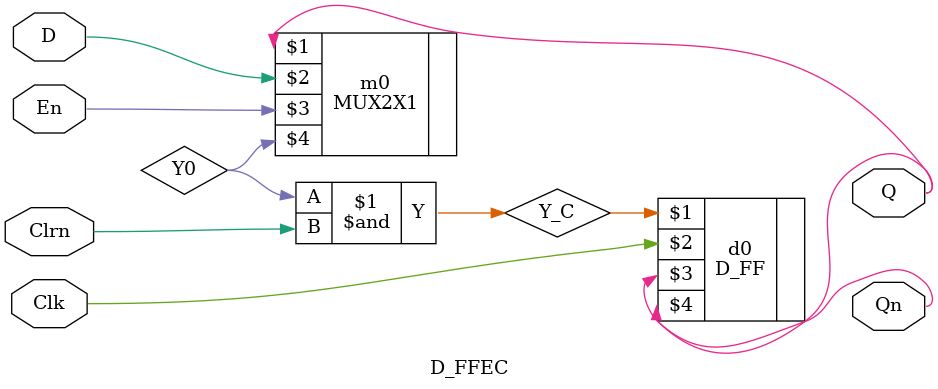
<source format=v>
`timescale 1ns / 1ps


module D_FFEC(D,Clk,En,Clrn,Q,Qn);
    input D,Clk,En,Clrn;
    output Q,Qn;
    wire Y0,Y_C;
    MUX2X1 m0(Q,D,En,Y0);
    and i0(Y_C,Y0,Clrn);//and or nand?
    D_FF d0(Y_C,Clk,Q,Qn);
endmodule

</source>
